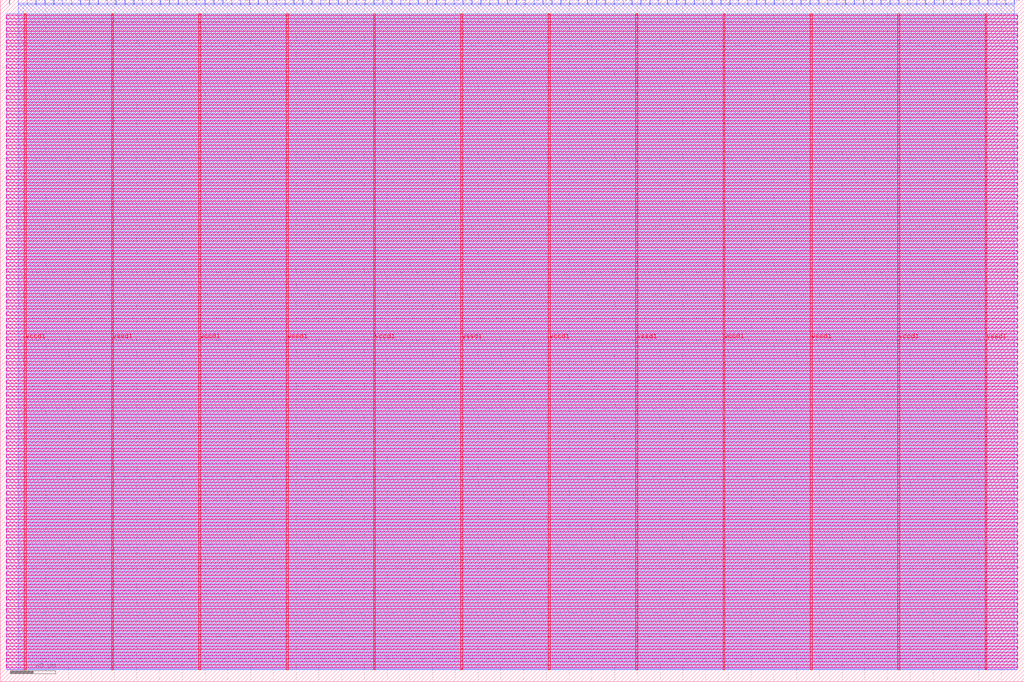
<source format=lef>
VERSION 5.7 ;
  NOWIREEXTENSIONATPIN ON ;
  DIVIDERCHAR "/" ;
  BUSBITCHARS "[]" ;
MACRO user_proj_example
  CLASS BLOCK ;
  FOREIGN user_proj_example ;
  ORIGIN 0.000 0.000 ;
  SIZE 900.000 BY 600.000 ;
  PIN io_in[0]
    DIRECTION INPUT ;
    USE SIGNAL ;
    PORT
      LAYER met2 ;
        RECT 7.910 596.000 8.190 600.000 ;
    END
  END io_in[0]
  PIN io_in[10]
    DIRECTION INPUT ;
    USE SIGNAL ;
    PORT
      LAYER met2 ;
        RECT 242.510 596.000 242.790 600.000 ;
    END
  END io_in[10]
  PIN io_in[11]
    DIRECTION INPUT ;
    USE SIGNAL ;
    PORT
      LAYER met2 ;
        RECT 265.970 596.000 266.250 600.000 ;
    END
  END io_in[11]
  PIN io_in[12]
    DIRECTION INPUT ;
    USE SIGNAL ;
    PORT
      LAYER met2 ;
        RECT 289.430 596.000 289.710 600.000 ;
    END
  END io_in[12]
  PIN io_in[13]
    DIRECTION INPUT ;
    USE SIGNAL ;
    PORT
      LAYER met2 ;
        RECT 312.890 596.000 313.170 600.000 ;
    END
  END io_in[13]
  PIN io_in[14]
    DIRECTION INPUT ;
    USE SIGNAL ;
    PORT
      LAYER met2 ;
        RECT 336.350 596.000 336.630 600.000 ;
    END
  END io_in[14]
  PIN io_in[15]
    DIRECTION INPUT ;
    USE SIGNAL ;
    PORT
      LAYER met2 ;
        RECT 359.810 596.000 360.090 600.000 ;
    END
  END io_in[15]
  PIN io_in[16]
    DIRECTION INPUT ;
    USE SIGNAL ;
    PORT
      LAYER met2 ;
        RECT 383.270 596.000 383.550 600.000 ;
    END
  END io_in[16]
  PIN io_in[17]
    DIRECTION INPUT ;
    USE SIGNAL ;
    PORT
      LAYER met2 ;
        RECT 406.730 596.000 407.010 600.000 ;
    END
  END io_in[17]
  PIN io_in[18]
    DIRECTION INPUT ;
    USE SIGNAL ;
    PORT
      LAYER met2 ;
        RECT 430.190 596.000 430.470 600.000 ;
    END
  END io_in[18]
  PIN io_in[19]
    DIRECTION INPUT ;
    USE SIGNAL ;
    PORT
      LAYER met2 ;
        RECT 453.650 596.000 453.930 600.000 ;
    END
  END io_in[19]
  PIN io_in[1]
    DIRECTION INPUT ;
    USE SIGNAL ;
    PORT
      LAYER met2 ;
        RECT 31.370 596.000 31.650 600.000 ;
    END
  END io_in[1]
  PIN io_in[20]
    DIRECTION INPUT ;
    USE SIGNAL ;
    PORT
      LAYER met2 ;
        RECT 477.110 596.000 477.390 600.000 ;
    END
  END io_in[20]
  PIN io_in[21]
    DIRECTION INPUT ;
    USE SIGNAL ;
    PORT
      LAYER met2 ;
        RECT 500.570 596.000 500.850 600.000 ;
    END
  END io_in[21]
  PIN io_in[22]
    DIRECTION INPUT ;
    USE SIGNAL ;
    PORT
      LAYER met2 ;
        RECT 524.030 596.000 524.310 600.000 ;
    END
  END io_in[22]
  PIN io_in[23]
    DIRECTION INPUT ;
    USE SIGNAL ;
    PORT
      LAYER met2 ;
        RECT 547.490 596.000 547.770 600.000 ;
    END
  END io_in[23]
  PIN io_in[24]
    DIRECTION INPUT ;
    USE SIGNAL ;
    PORT
      LAYER met2 ;
        RECT 570.950 596.000 571.230 600.000 ;
    END
  END io_in[24]
  PIN io_in[25]
    DIRECTION INPUT ;
    USE SIGNAL ;
    PORT
      LAYER met2 ;
        RECT 594.410 596.000 594.690 600.000 ;
    END
  END io_in[25]
  PIN io_in[26]
    DIRECTION INPUT ;
    USE SIGNAL ;
    PORT
      LAYER met2 ;
        RECT 617.870 596.000 618.150 600.000 ;
    END
  END io_in[26]
  PIN io_in[27]
    DIRECTION INPUT ;
    USE SIGNAL ;
    PORT
      LAYER met2 ;
        RECT 641.330 596.000 641.610 600.000 ;
    END
  END io_in[27]
  PIN io_in[28]
    DIRECTION INPUT ;
    USE SIGNAL ;
    PORT
      LAYER met2 ;
        RECT 664.790 596.000 665.070 600.000 ;
    END
  END io_in[28]
  PIN io_in[29]
    DIRECTION INPUT ;
    USE SIGNAL ;
    PORT
      LAYER met2 ;
        RECT 688.250 596.000 688.530 600.000 ;
    END
  END io_in[29]
  PIN io_in[2]
    DIRECTION INPUT ;
    USE SIGNAL ;
    PORT
      LAYER met2 ;
        RECT 54.830 596.000 55.110 600.000 ;
    END
  END io_in[2]
  PIN io_in[30]
    DIRECTION INPUT ;
    USE SIGNAL ;
    PORT
      LAYER met2 ;
        RECT 711.710 596.000 711.990 600.000 ;
    END
  END io_in[30]
  PIN io_in[31]
    DIRECTION INPUT ;
    USE SIGNAL ;
    PORT
      LAYER met2 ;
        RECT 735.170 596.000 735.450 600.000 ;
    END
  END io_in[31]
  PIN io_in[32]
    DIRECTION INPUT ;
    USE SIGNAL ;
    PORT
      LAYER met2 ;
        RECT 758.630 596.000 758.910 600.000 ;
    END
  END io_in[32]
  PIN io_in[33]
    DIRECTION INPUT ;
    USE SIGNAL ;
    PORT
      LAYER met2 ;
        RECT 782.090 596.000 782.370 600.000 ;
    END
  END io_in[33]
  PIN io_in[34]
    DIRECTION INPUT ;
    USE SIGNAL ;
    PORT
      LAYER met2 ;
        RECT 805.550 596.000 805.830 600.000 ;
    END
  END io_in[34]
  PIN io_in[35]
    DIRECTION INPUT ;
    USE SIGNAL ;
    PORT
      LAYER met2 ;
        RECT 829.010 596.000 829.290 600.000 ;
    END
  END io_in[35]
  PIN io_in[36]
    DIRECTION INPUT ;
    USE SIGNAL ;
    PORT
      LAYER met2 ;
        RECT 852.470 596.000 852.750 600.000 ;
    END
  END io_in[36]
  PIN io_in[37]
    DIRECTION INPUT ;
    USE SIGNAL ;
    PORT
      LAYER met2 ;
        RECT 875.930 596.000 876.210 600.000 ;
    END
  END io_in[37]
  PIN io_in[3]
    DIRECTION INPUT ;
    USE SIGNAL ;
    PORT
      LAYER met2 ;
        RECT 78.290 596.000 78.570 600.000 ;
    END
  END io_in[3]
  PIN io_in[4]
    DIRECTION INPUT ;
    USE SIGNAL ;
    PORT
      LAYER met2 ;
        RECT 101.750 596.000 102.030 600.000 ;
    END
  END io_in[4]
  PIN io_in[5]
    DIRECTION INPUT ;
    USE SIGNAL ;
    PORT
      LAYER met2 ;
        RECT 125.210 596.000 125.490 600.000 ;
    END
  END io_in[5]
  PIN io_in[6]
    DIRECTION INPUT ;
    USE SIGNAL ;
    PORT
      LAYER met2 ;
        RECT 148.670 596.000 148.950 600.000 ;
    END
  END io_in[6]
  PIN io_in[7]
    DIRECTION INPUT ;
    USE SIGNAL ;
    PORT
      LAYER met2 ;
        RECT 172.130 596.000 172.410 600.000 ;
    END
  END io_in[7]
  PIN io_in[8]
    DIRECTION INPUT ;
    USE SIGNAL ;
    PORT
      LAYER met2 ;
        RECT 195.590 596.000 195.870 600.000 ;
    END
  END io_in[8]
  PIN io_in[9]
    DIRECTION INPUT ;
    USE SIGNAL ;
    PORT
      LAYER met2 ;
        RECT 219.050 596.000 219.330 600.000 ;
    END
  END io_in[9]
  PIN io_oeb[0]
    DIRECTION OUTPUT TRISTATE ;
    USE SIGNAL ;
    PORT
      LAYER met2 ;
        RECT 15.730 596.000 16.010 600.000 ;
    END
  END io_oeb[0]
  PIN io_oeb[10]
    DIRECTION OUTPUT TRISTATE ;
    USE SIGNAL ;
    PORT
      LAYER met2 ;
        RECT 250.330 596.000 250.610 600.000 ;
    END
  END io_oeb[10]
  PIN io_oeb[11]
    DIRECTION OUTPUT TRISTATE ;
    USE SIGNAL ;
    PORT
      LAYER met2 ;
        RECT 273.790 596.000 274.070 600.000 ;
    END
  END io_oeb[11]
  PIN io_oeb[12]
    DIRECTION OUTPUT TRISTATE ;
    USE SIGNAL ;
    PORT
      LAYER met2 ;
        RECT 297.250 596.000 297.530 600.000 ;
    END
  END io_oeb[12]
  PIN io_oeb[13]
    DIRECTION OUTPUT TRISTATE ;
    USE SIGNAL ;
    PORT
      LAYER met2 ;
        RECT 320.710 596.000 320.990 600.000 ;
    END
  END io_oeb[13]
  PIN io_oeb[14]
    DIRECTION OUTPUT TRISTATE ;
    USE SIGNAL ;
    PORT
      LAYER met2 ;
        RECT 344.170 596.000 344.450 600.000 ;
    END
  END io_oeb[14]
  PIN io_oeb[15]
    DIRECTION OUTPUT TRISTATE ;
    USE SIGNAL ;
    PORT
      LAYER met2 ;
        RECT 367.630 596.000 367.910 600.000 ;
    END
  END io_oeb[15]
  PIN io_oeb[16]
    DIRECTION OUTPUT TRISTATE ;
    USE SIGNAL ;
    PORT
      LAYER met2 ;
        RECT 391.090 596.000 391.370 600.000 ;
    END
  END io_oeb[16]
  PIN io_oeb[17]
    DIRECTION OUTPUT TRISTATE ;
    USE SIGNAL ;
    PORT
      LAYER met2 ;
        RECT 414.550 596.000 414.830 600.000 ;
    END
  END io_oeb[17]
  PIN io_oeb[18]
    DIRECTION OUTPUT TRISTATE ;
    USE SIGNAL ;
    PORT
      LAYER met2 ;
        RECT 438.010 596.000 438.290 600.000 ;
    END
  END io_oeb[18]
  PIN io_oeb[19]
    DIRECTION OUTPUT TRISTATE ;
    USE SIGNAL ;
    PORT
      LAYER met2 ;
        RECT 461.470 596.000 461.750 600.000 ;
    END
  END io_oeb[19]
  PIN io_oeb[1]
    DIRECTION OUTPUT TRISTATE ;
    USE SIGNAL ;
    PORT
      LAYER met2 ;
        RECT 39.190 596.000 39.470 600.000 ;
    END
  END io_oeb[1]
  PIN io_oeb[20]
    DIRECTION OUTPUT TRISTATE ;
    USE SIGNAL ;
    PORT
      LAYER met2 ;
        RECT 484.930 596.000 485.210 600.000 ;
    END
  END io_oeb[20]
  PIN io_oeb[21]
    DIRECTION OUTPUT TRISTATE ;
    USE SIGNAL ;
    PORT
      LAYER met2 ;
        RECT 508.390 596.000 508.670 600.000 ;
    END
  END io_oeb[21]
  PIN io_oeb[22]
    DIRECTION OUTPUT TRISTATE ;
    USE SIGNAL ;
    PORT
      LAYER met2 ;
        RECT 531.850 596.000 532.130 600.000 ;
    END
  END io_oeb[22]
  PIN io_oeb[23]
    DIRECTION OUTPUT TRISTATE ;
    USE SIGNAL ;
    PORT
      LAYER met2 ;
        RECT 555.310 596.000 555.590 600.000 ;
    END
  END io_oeb[23]
  PIN io_oeb[24]
    DIRECTION OUTPUT TRISTATE ;
    USE SIGNAL ;
    PORT
      LAYER met2 ;
        RECT 578.770 596.000 579.050 600.000 ;
    END
  END io_oeb[24]
  PIN io_oeb[25]
    DIRECTION OUTPUT TRISTATE ;
    USE SIGNAL ;
    PORT
      LAYER met2 ;
        RECT 602.230 596.000 602.510 600.000 ;
    END
  END io_oeb[25]
  PIN io_oeb[26]
    DIRECTION OUTPUT TRISTATE ;
    USE SIGNAL ;
    PORT
      LAYER met2 ;
        RECT 625.690 596.000 625.970 600.000 ;
    END
  END io_oeb[26]
  PIN io_oeb[27]
    DIRECTION OUTPUT TRISTATE ;
    USE SIGNAL ;
    PORT
      LAYER met2 ;
        RECT 649.150 596.000 649.430 600.000 ;
    END
  END io_oeb[27]
  PIN io_oeb[28]
    DIRECTION OUTPUT TRISTATE ;
    USE SIGNAL ;
    PORT
      LAYER met2 ;
        RECT 672.610 596.000 672.890 600.000 ;
    END
  END io_oeb[28]
  PIN io_oeb[29]
    DIRECTION OUTPUT TRISTATE ;
    USE SIGNAL ;
    PORT
      LAYER met2 ;
        RECT 696.070 596.000 696.350 600.000 ;
    END
  END io_oeb[29]
  PIN io_oeb[2]
    DIRECTION OUTPUT TRISTATE ;
    USE SIGNAL ;
    PORT
      LAYER met2 ;
        RECT 62.650 596.000 62.930 600.000 ;
    END
  END io_oeb[2]
  PIN io_oeb[30]
    DIRECTION OUTPUT TRISTATE ;
    USE SIGNAL ;
    PORT
      LAYER met2 ;
        RECT 719.530 596.000 719.810 600.000 ;
    END
  END io_oeb[30]
  PIN io_oeb[31]
    DIRECTION OUTPUT TRISTATE ;
    USE SIGNAL ;
    PORT
      LAYER met2 ;
        RECT 742.990 596.000 743.270 600.000 ;
    END
  END io_oeb[31]
  PIN io_oeb[32]
    DIRECTION OUTPUT TRISTATE ;
    USE SIGNAL ;
    PORT
      LAYER met2 ;
        RECT 766.450 596.000 766.730 600.000 ;
    END
  END io_oeb[32]
  PIN io_oeb[33]
    DIRECTION OUTPUT TRISTATE ;
    USE SIGNAL ;
    PORT
      LAYER met2 ;
        RECT 789.910 596.000 790.190 600.000 ;
    END
  END io_oeb[33]
  PIN io_oeb[34]
    DIRECTION OUTPUT TRISTATE ;
    USE SIGNAL ;
    PORT
      LAYER met2 ;
        RECT 813.370 596.000 813.650 600.000 ;
    END
  END io_oeb[34]
  PIN io_oeb[35]
    DIRECTION OUTPUT TRISTATE ;
    USE SIGNAL ;
    PORT
      LAYER met2 ;
        RECT 836.830 596.000 837.110 600.000 ;
    END
  END io_oeb[35]
  PIN io_oeb[36]
    DIRECTION OUTPUT TRISTATE ;
    USE SIGNAL ;
    PORT
      LAYER met2 ;
        RECT 860.290 596.000 860.570 600.000 ;
    END
  END io_oeb[36]
  PIN io_oeb[37]
    DIRECTION OUTPUT TRISTATE ;
    USE SIGNAL ;
    PORT
      LAYER met2 ;
        RECT 883.750 596.000 884.030 600.000 ;
    END
  END io_oeb[37]
  PIN io_oeb[3]
    DIRECTION OUTPUT TRISTATE ;
    USE SIGNAL ;
    PORT
      LAYER met2 ;
        RECT 86.110 596.000 86.390 600.000 ;
    END
  END io_oeb[3]
  PIN io_oeb[4]
    DIRECTION OUTPUT TRISTATE ;
    USE SIGNAL ;
    PORT
      LAYER met2 ;
        RECT 109.570 596.000 109.850 600.000 ;
    END
  END io_oeb[4]
  PIN io_oeb[5]
    DIRECTION OUTPUT TRISTATE ;
    USE SIGNAL ;
    PORT
      LAYER met2 ;
        RECT 133.030 596.000 133.310 600.000 ;
    END
  END io_oeb[5]
  PIN io_oeb[6]
    DIRECTION OUTPUT TRISTATE ;
    USE SIGNAL ;
    PORT
      LAYER met2 ;
        RECT 156.490 596.000 156.770 600.000 ;
    END
  END io_oeb[6]
  PIN io_oeb[7]
    DIRECTION OUTPUT TRISTATE ;
    USE SIGNAL ;
    PORT
      LAYER met2 ;
        RECT 179.950 596.000 180.230 600.000 ;
    END
  END io_oeb[7]
  PIN io_oeb[8]
    DIRECTION OUTPUT TRISTATE ;
    USE SIGNAL ;
    PORT
      LAYER met2 ;
        RECT 203.410 596.000 203.690 600.000 ;
    END
  END io_oeb[8]
  PIN io_oeb[9]
    DIRECTION OUTPUT TRISTATE ;
    USE SIGNAL ;
    PORT
      LAYER met2 ;
        RECT 226.870 596.000 227.150 600.000 ;
    END
  END io_oeb[9]
  PIN io_out[0]
    DIRECTION OUTPUT TRISTATE ;
    USE SIGNAL ;
    PORT
      LAYER met2 ;
        RECT 23.550 596.000 23.830 600.000 ;
    END
  END io_out[0]
  PIN io_out[10]
    DIRECTION OUTPUT TRISTATE ;
    USE SIGNAL ;
    PORT
      LAYER met2 ;
        RECT 258.150 596.000 258.430 600.000 ;
    END
  END io_out[10]
  PIN io_out[11]
    DIRECTION OUTPUT TRISTATE ;
    USE SIGNAL ;
    PORT
      LAYER met2 ;
        RECT 281.610 596.000 281.890 600.000 ;
    END
  END io_out[11]
  PIN io_out[12]
    DIRECTION OUTPUT TRISTATE ;
    USE SIGNAL ;
    PORT
      LAYER met2 ;
        RECT 305.070 596.000 305.350 600.000 ;
    END
  END io_out[12]
  PIN io_out[13]
    DIRECTION OUTPUT TRISTATE ;
    USE SIGNAL ;
    PORT
      LAYER met2 ;
        RECT 328.530 596.000 328.810 600.000 ;
    END
  END io_out[13]
  PIN io_out[14]
    DIRECTION OUTPUT TRISTATE ;
    USE SIGNAL ;
    PORT
      LAYER met2 ;
        RECT 351.990 596.000 352.270 600.000 ;
    END
  END io_out[14]
  PIN io_out[15]
    DIRECTION OUTPUT TRISTATE ;
    USE SIGNAL ;
    PORT
      LAYER met2 ;
        RECT 375.450 596.000 375.730 600.000 ;
    END
  END io_out[15]
  PIN io_out[16]
    DIRECTION OUTPUT TRISTATE ;
    USE SIGNAL ;
    PORT
      LAYER met2 ;
        RECT 398.910 596.000 399.190 600.000 ;
    END
  END io_out[16]
  PIN io_out[17]
    DIRECTION OUTPUT TRISTATE ;
    USE SIGNAL ;
    PORT
      LAYER met2 ;
        RECT 422.370 596.000 422.650 600.000 ;
    END
  END io_out[17]
  PIN io_out[18]
    DIRECTION OUTPUT TRISTATE ;
    USE SIGNAL ;
    PORT
      LAYER met2 ;
        RECT 445.830 596.000 446.110 600.000 ;
    END
  END io_out[18]
  PIN io_out[19]
    DIRECTION OUTPUT TRISTATE ;
    USE SIGNAL ;
    PORT
      LAYER met2 ;
        RECT 469.290 596.000 469.570 600.000 ;
    END
  END io_out[19]
  PIN io_out[1]
    DIRECTION OUTPUT TRISTATE ;
    USE SIGNAL ;
    PORT
      LAYER met2 ;
        RECT 47.010 596.000 47.290 600.000 ;
    END
  END io_out[1]
  PIN io_out[20]
    DIRECTION OUTPUT TRISTATE ;
    USE SIGNAL ;
    PORT
      LAYER met2 ;
        RECT 492.750 596.000 493.030 600.000 ;
    END
  END io_out[20]
  PIN io_out[21]
    DIRECTION OUTPUT TRISTATE ;
    USE SIGNAL ;
    PORT
      LAYER met2 ;
        RECT 516.210 596.000 516.490 600.000 ;
    END
  END io_out[21]
  PIN io_out[22]
    DIRECTION OUTPUT TRISTATE ;
    USE SIGNAL ;
    PORT
      LAYER met2 ;
        RECT 539.670 596.000 539.950 600.000 ;
    END
  END io_out[22]
  PIN io_out[23]
    DIRECTION OUTPUT TRISTATE ;
    USE SIGNAL ;
    PORT
      LAYER met2 ;
        RECT 563.130 596.000 563.410 600.000 ;
    END
  END io_out[23]
  PIN io_out[24]
    DIRECTION OUTPUT TRISTATE ;
    USE SIGNAL ;
    PORT
      LAYER met2 ;
        RECT 586.590 596.000 586.870 600.000 ;
    END
  END io_out[24]
  PIN io_out[25]
    DIRECTION OUTPUT TRISTATE ;
    USE SIGNAL ;
    PORT
      LAYER met2 ;
        RECT 610.050 596.000 610.330 600.000 ;
    END
  END io_out[25]
  PIN io_out[26]
    DIRECTION OUTPUT TRISTATE ;
    USE SIGNAL ;
    PORT
      LAYER met2 ;
        RECT 633.510 596.000 633.790 600.000 ;
    END
  END io_out[26]
  PIN io_out[27]
    DIRECTION OUTPUT TRISTATE ;
    USE SIGNAL ;
    PORT
      LAYER met2 ;
        RECT 656.970 596.000 657.250 600.000 ;
    END
  END io_out[27]
  PIN io_out[28]
    DIRECTION OUTPUT TRISTATE ;
    USE SIGNAL ;
    PORT
      LAYER met2 ;
        RECT 680.430 596.000 680.710 600.000 ;
    END
  END io_out[28]
  PIN io_out[29]
    DIRECTION OUTPUT TRISTATE ;
    USE SIGNAL ;
    PORT
      LAYER met2 ;
        RECT 703.890 596.000 704.170 600.000 ;
    END
  END io_out[29]
  PIN io_out[2]
    DIRECTION OUTPUT TRISTATE ;
    USE SIGNAL ;
    PORT
      LAYER met2 ;
        RECT 70.470 596.000 70.750 600.000 ;
    END
  END io_out[2]
  PIN io_out[30]
    DIRECTION OUTPUT TRISTATE ;
    USE SIGNAL ;
    PORT
      LAYER met2 ;
        RECT 727.350 596.000 727.630 600.000 ;
    END
  END io_out[30]
  PIN io_out[31]
    DIRECTION OUTPUT TRISTATE ;
    USE SIGNAL ;
    PORT
      LAYER met2 ;
        RECT 750.810 596.000 751.090 600.000 ;
    END
  END io_out[31]
  PIN io_out[32]
    DIRECTION OUTPUT TRISTATE ;
    USE SIGNAL ;
    PORT
      LAYER met2 ;
        RECT 774.270 596.000 774.550 600.000 ;
    END
  END io_out[32]
  PIN io_out[33]
    DIRECTION OUTPUT TRISTATE ;
    USE SIGNAL ;
    PORT
      LAYER met2 ;
        RECT 797.730 596.000 798.010 600.000 ;
    END
  END io_out[33]
  PIN io_out[34]
    DIRECTION OUTPUT TRISTATE ;
    USE SIGNAL ;
    PORT
      LAYER met2 ;
        RECT 821.190 596.000 821.470 600.000 ;
    END
  END io_out[34]
  PIN io_out[35]
    DIRECTION OUTPUT TRISTATE ;
    USE SIGNAL ;
    PORT
      LAYER met2 ;
        RECT 844.650 596.000 844.930 600.000 ;
    END
  END io_out[35]
  PIN io_out[36]
    DIRECTION OUTPUT TRISTATE ;
    USE SIGNAL ;
    PORT
      LAYER met2 ;
        RECT 868.110 596.000 868.390 600.000 ;
    END
  END io_out[36]
  PIN io_out[37]
    DIRECTION OUTPUT TRISTATE ;
    USE SIGNAL ;
    PORT
      LAYER met2 ;
        RECT 891.570 596.000 891.850 600.000 ;
    END
  END io_out[37]
  PIN io_out[3]
    DIRECTION OUTPUT TRISTATE ;
    USE SIGNAL ;
    PORT
      LAYER met2 ;
        RECT 93.930 596.000 94.210 600.000 ;
    END
  END io_out[3]
  PIN io_out[4]
    DIRECTION OUTPUT TRISTATE ;
    USE SIGNAL ;
    PORT
      LAYER met2 ;
        RECT 117.390 596.000 117.670 600.000 ;
    END
  END io_out[4]
  PIN io_out[5]
    DIRECTION OUTPUT TRISTATE ;
    USE SIGNAL ;
    PORT
      LAYER met2 ;
        RECT 140.850 596.000 141.130 600.000 ;
    END
  END io_out[5]
  PIN io_out[6]
    DIRECTION OUTPUT TRISTATE ;
    USE SIGNAL ;
    PORT
      LAYER met2 ;
        RECT 164.310 596.000 164.590 600.000 ;
    END
  END io_out[6]
  PIN io_out[7]
    DIRECTION OUTPUT TRISTATE ;
    USE SIGNAL ;
    PORT
      LAYER met2 ;
        RECT 187.770 596.000 188.050 600.000 ;
    END
  END io_out[7]
  PIN io_out[8]
    DIRECTION OUTPUT TRISTATE ;
    USE SIGNAL ;
    PORT
      LAYER met2 ;
        RECT 211.230 596.000 211.510 600.000 ;
    END
  END io_out[8]
  PIN io_out[9]
    DIRECTION OUTPUT TRISTATE ;
    USE SIGNAL ;
    PORT
      LAYER met2 ;
        RECT 234.690 596.000 234.970 600.000 ;
    END
  END io_out[9]
  PIN vccd1
    DIRECTION INOUT ;
    USE POWER ;
    PORT
      LAYER met4 ;
        RECT 21.040 10.640 22.640 587.760 ;
    END
    PORT
      LAYER met4 ;
        RECT 174.640 10.640 176.240 587.760 ;
    END
    PORT
      LAYER met4 ;
        RECT 328.240 10.640 329.840 587.760 ;
    END
    PORT
      LAYER met4 ;
        RECT 481.840 10.640 483.440 587.760 ;
    END
    PORT
      LAYER met4 ;
        RECT 635.440 10.640 637.040 587.760 ;
    END
    PORT
      LAYER met4 ;
        RECT 789.040 10.640 790.640 587.760 ;
    END
  END vccd1
  PIN vssd1
    DIRECTION INOUT ;
    USE GROUND ;
    PORT
      LAYER met4 ;
        RECT 97.840 10.640 99.440 587.760 ;
    END
    PORT
      LAYER met4 ;
        RECT 251.440 10.640 253.040 587.760 ;
    END
    PORT
      LAYER met4 ;
        RECT 405.040 10.640 406.640 587.760 ;
    END
    PORT
      LAYER met4 ;
        RECT 558.640 10.640 560.240 587.760 ;
    END
    PORT
      LAYER met4 ;
        RECT 712.240 10.640 713.840 587.760 ;
    END
    PORT
      LAYER met4 ;
        RECT 865.840 10.640 867.440 587.760 ;
    END
  END vssd1
  OBS
      LAYER nwell ;
        RECT 5.330 583.385 894.430 586.215 ;
        RECT 5.330 577.945 894.430 580.775 ;
        RECT 5.330 572.505 894.430 575.335 ;
        RECT 5.330 567.065 894.430 569.895 ;
        RECT 5.330 561.625 894.430 564.455 ;
        RECT 5.330 556.185 894.430 559.015 ;
        RECT 5.330 550.745 894.430 553.575 ;
        RECT 5.330 545.305 894.430 548.135 ;
        RECT 5.330 539.865 894.430 542.695 ;
        RECT 5.330 534.425 894.430 537.255 ;
        RECT 5.330 528.985 894.430 531.815 ;
        RECT 5.330 523.545 894.430 526.375 ;
        RECT 5.330 518.105 894.430 520.935 ;
        RECT 5.330 512.665 894.430 515.495 ;
        RECT 5.330 507.225 894.430 510.055 ;
        RECT 5.330 501.785 894.430 504.615 ;
        RECT 5.330 496.345 894.430 499.175 ;
        RECT 5.330 490.905 894.430 493.735 ;
        RECT 5.330 485.465 894.430 488.295 ;
        RECT 5.330 480.025 894.430 482.855 ;
        RECT 5.330 474.585 894.430 477.415 ;
        RECT 5.330 469.145 894.430 471.975 ;
        RECT 5.330 463.705 894.430 466.535 ;
        RECT 5.330 458.265 894.430 461.095 ;
        RECT 5.330 452.825 894.430 455.655 ;
        RECT 5.330 447.385 894.430 450.215 ;
        RECT 5.330 441.945 894.430 444.775 ;
        RECT 5.330 436.505 894.430 439.335 ;
        RECT 5.330 431.065 894.430 433.895 ;
        RECT 5.330 425.625 894.430 428.455 ;
        RECT 5.330 420.185 894.430 423.015 ;
        RECT 5.330 414.745 894.430 417.575 ;
        RECT 5.330 409.305 894.430 412.135 ;
        RECT 5.330 403.865 894.430 406.695 ;
        RECT 5.330 398.425 894.430 401.255 ;
        RECT 5.330 392.985 894.430 395.815 ;
        RECT 5.330 387.545 894.430 390.375 ;
        RECT 5.330 382.105 894.430 384.935 ;
        RECT 5.330 376.665 894.430 379.495 ;
        RECT 5.330 371.225 894.430 374.055 ;
        RECT 5.330 365.785 894.430 368.615 ;
        RECT 5.330 360.345 894.430 363.175 ;
        RECT 5.330 354.905 894.430 357.735 ;
        RECT 5.330 349.465 894.430 352.295 ;
        RECT 5.330 344.025 894.430 346.855 ;
        RECT 5.330 338.585 894.430 341.415 ;
        RECT 5.330 333.145 894.430 335.975 ;
        RECT 5.330 327.705 894.430 330.535 ;
        RECT 5.330 322.265 894.430 325.095 ;
        RECT 5.330 316.825 894.430 319.655 ;
        RECT 5.330 311.385 894.430 314.215 ;
        RECT 5.330 305.945 894.430 308.775 ;
        RECT 5.330 300.505 894.430 303.335 ;
        RECT 5.330 295.065 894.430 297.895 ;
        RECT 5.330 289.625 894.430 292.455 ;
        RECT 5.330 284.185 894.430 287.015 ;
        RECT 5.330 278.745 894.430 281.575 ;
        RECT 5.330 273.305 894.430 276.135 ;
        RECT 5.330 267.865 894.430 270.695 ;
        RECT 5.330 262.425 894.430 265.255 ;
        RECT 5.330 256.985 894.430 259.815 ;
        RECT 5.330 251.545 894.430 254.375 ;
        RECT 5.330 246.105 894.430 248.935 ;
        RECT 5.330 240.665 894.430 243.495 ;
        RECT 5.330 235.225 894.430 238.055 ;
        RECT 5.330 229.785 894.430 232.615 ;
        RECT 5.330 224.345 894.430 227.175 ;
        RECT 5.330 218.905 894.430 221.735 ;
        RECT 5.330 213.465 894.430 216.295 ;
        RECT 5.330 208.025 894.430 210.855 ;
        RECT 5.330 202.585 894.430 205.415 ;
        RECT 5.330 197.145 894.430 199.975 ;
        RECT 5.330 191.705 894.430 194.535 ;
        RECT 5.330 186.265 894.430 189.095 ;
        RECT 5.330 180.825 894.430 183.655 ;
        RECT 5.330 175.385 894.430 178.215 ;
        RECT 5.330 169.945 894.430 172.775 ;
        RECT 5.330 164.505 894.430 167.335 ;
        RECT 5.330 159.065 894.430 161.895 ;
        RECT 5.330 153.625 894.430 156.455 ;
        RECT 5.330 148.185 894.430 151.015 ;
        RECT 5.330 142.745 894.430 145.575 ;
        RECT 5.330 137.305 894.430 140.135 ;
        RECT 5.330 131.865 894.430 134.695 ;
        RECT 5.330 126.425 894.430 129.255 ;
        RECT 5.330 120.985 894.430 123.815 ;
        RECT 5.330 115.545 894.430 118.375 ;
        RECT 5.330 110.105 894.430 112.935 ;
        RECT 5.330 104.665 894.430 107.495 ;
        RECT 5.330 99.225 894.430 102.055 ;
        RECT 5.330 93.785 894.430 96.615 ;
        RECT 5.330 88.345 894.430 91.175 ;
        RECT 5.330 82.905 894.430 85.735 ;
        RECT 5.330 77.465 894.430 80.295 ;
        RECT 5.330 72.025 894.430 74.855 ;
        RECT 5.330 66.585 894.430 69.415 ;
        RECT 5.330 61.145 894.430 63.975 ;
        RECT 5.330 55.705 894.430 58.535 ;
        RECT 5.330 50.265 894.430 53.095 ;
        RECT 5.330 44.825 894.430 47.655 ;
        RECT 5.330 39.385 894.430 42.215 ;
        RECT 5.330 33.945 894.430 36.775 ;
        RECT 5.330 28.505 894.430 31.335 ;
        RECT 5.330 23.065 894.430 25.895 ;
        RECT 5.330 17.625 894.430 20.455 ;
        RECT 5.330 12.185 894.430 15.015 ;
      LAYER li1 ;
        RECT 5.520 10.795 894.240 587.605 ;
      LAYER met1 ;
        RECT 5.520 10.640 894.240 587.760 ;
      LAYER met2 ;
        RECT 16.290 595.720 23.270 596.770 ;
        RECT 24.110 595.720 31.090 596.770 ;
        RECT 31.930 595.720 38.910 596.770 ;
        RECT 39.750 595.720 46.730 596.770 ;
        RECT 47.570 595.720 54.550 596.770 ;
        RECT 55.390 595.720 62.370 596.770 ;
        RECT 63.210 595.720 70.190 596.770 ;
        RECT 71.030 595.720 78.010 596.770 ;
        RECT 78.850 595.720 85.830 596.770 ;
        RECT 86.670 595.720 93.650 596.770 ;
        RECT 94.490 595.720 101.470 596.770 ;
        RECT 102.310 595.720 109.290 596.770 ;
        RECT 110.130 595.720 117.110 596.770 ;
        RECT 117.950 595.720 124.930 596.770 ;
        RECT 125.770 595.720 132.750 596.770 ;
        RECT 133.590 595.720 140.570 596.770 ;
        RECT 141.410 595.720 148.390 596.770 ;
        RECT 149.230 595.720 156.210 596.770 ;
        RECT 157.050 595.720 164.030 596.770 ;
        RECT 164.870 595.720 171.850 596.770 ;
        RECT 172.690 595.720 179.670 596.770 ;
        RECT 180.510 595.720 187.490 596.770 ;
        RECT 188.330 595.720 195.310 596.770 ;
        RECT 196.150 595.720 203.130 596.770 ;
        RECT 203.970 595.720 210.950 596.770 ;
        RECT 211.790 595.720 218.770 596.770 ;
        RECT 219.610 595.720 226.590 596.770 ;
        RECT 227.430 595.720 234.410 596.770 ;
        RECT 235.250 595.720 242.230 596.770 ;
        RECT 243.070 595.720 250.050 596.770 ;
        RECT 250.890 595.720 257.870 596.770 ;
        RECT 258.710 595.720 265.690 596.770 ;
        RECT 266.530 595.720 273.510 596.770 ;
        RECT 274.350 595.720 281.330 596.770 ;
        RECT 282.170 595.720 289.150 596.770 ;
        RECT 289.990 595.720 296.970 596.770 ;
        RECT 297.810 595.720 304.790 596.770 ;
        RECT 305.630 595.720 312.610 596.770 ;
        RECT 313.450 595.720 320.430 596.770 ;
        RECT 321.270 595.720 328.250 596.770 ;
        RECT 329.090 595.720 336.070 596.770 ;
        RECT 336.910 595.720 343.890 596.770 ;
        RECT 344.730 595.720 351.710 596.770 ;
        RECT 352.550 595.720 359.530 596.770 ;
        RECT 360.370 595.720 367.350 596.770 ;
        RECT 368.190 595.720 375.170 596.770 ;
        RECT 376.010 595.720 382.990 596.770 ;
        RECT 383.830 595.720 390.810 596.770 ;
        RECT 391.650 595.720 398.630 596.770 ;
        RECT 399.470 595.720 406.450 596.770 ;
        RECT 407.290 595.720 414.270 596.770 ;
        RECT 415.110 595.720 422.090 596.770 ;
        RECT 422.930 595.720 429.910 596.770 ;
        RECT 430.750 595.720 437.730 596.770 ;
        RECT 438.570 595.720 445.550 596.770 ;
        RECT 446.390 595.720 453.370 596.770 ;
        RECT 454.210 595.720 461.190 596.770 ;
        RECT 462.030 595.720 469.010 596.770 ;
        RECT 469.850 595.720 476.830 596.770 ;
        RECT 477.670 595.720 484.650 596.770 ;
        RECT 485.490 595.720 492.470 596.770 ;
        RECT 493.310 595.720 500.290 596.770 ;
        RECT 501.130 595.720 508.110 596.770 ;
        RECT 508.950 595.720 515.930 596.770 ;
        RECT 516.770 595.720 523.750 596.770 ;
        RECT 524.590 595.720 531.570 596.770 ;
        RECT 532.410 595.720 539.390 596.770 ;
        RECT 540.230 595.720 547.210 596.770 ;
        RECT 548.050 595.720 555.030 596.770 ;
        RECT 555.870 595.720 562.850 596.770 ;
        RECT 563.690 595.720 570.670 596.770 ;
        RECT 571.510 595.720 578.490 596.770 ;
        RECT 579.330 595.720 586.310 596.770 ;
        RECT 587.150 595.720 594.130 596.770 ;
        RECT 594.970 595.720 601.950 596.770 ;
        RECT 602.790 595.720 609.770 596.770 ;
        RECT 610.610 595.720 617.590 596.770 ;
        RECT 618.430 595.720 625.410 596.770 ;
        RECT 626.250 595.720 633.230 596.770 ;
        RECT 634.070 595.720 641.050 596.770 ;
        RECT 641.890 595.720 648.870 596.770 ;
        RECT 649.710 595.720 656.690 596.770 ;
        RECT 657.530 595.720 664.510 596.770 ;
        RECT 665.350 595.720 672.330 596.770 ;
        RECT 673.170 595.720 680.150 596.770 ;
        RECT 680.990 595.720 687.970 596.770 ;
        RECT 688.810 595.720 695.790 596.770 ;
        RECT 696.630 595.720 703.610 596.770 ;
        RECT 704.450 595.720 711.430 596.770 ;
        RECT 712.270 595.720 719.250 596.770 ;
        RECT 720.090 595.720 727.070 596.770 ;
        RECT 727.910 595.720 734.890 596.770 ;
        RECT 735.730 595.720 742.710 596.770 ;
        RECT 743.550 595.720 750.530 596.770 ;
        RECT 751.370 595.720 758.350 596.770 ;
        RECT 759.190 595.720 766.170 596.770 ;
        RECT 767.010 595.720 773.990 596.770 ;
        RECT 774.830 595.720 781.810 596.770 ;
        RECT 782.650 595.720 789.630 596.770 ;
        RECT 790.470 595.720 797.450 596.770 ;
        RECT 798.290 595.720 805.270 596.770 ;
        RECT 806.110 595.720 813.090 596.770 ;
        RECT 813.930 595.720 820.910 596.770 ;
        RECT 821.750 595.720 828.730 596.770 ;
        RECT 829.570 595.720 836.550 596.770 ;
        RECT 837.390 595.720 844.370 596.770 ;
        RECT 845.210 595.720 852.190 596.770 ;
        RECT 853.030 595.720 860.010 596.770 ;
        RECT 860.850 595.720 867.830 596.770 ;
        RECT 868.670 595.720 875.650 596.770 ;
        RECT 876.490 595.720 883.470 596.770 ;
        RECT 884.310 595.720 891.290 596.770 ;
        RECT 15.740 10.695 891.570 595.720 ;
      LAYER met3 ;
        RECT 21.050 10.715 867.430 587.685 ;
  END
END user_proj_example
END LIBRARY


</source>
